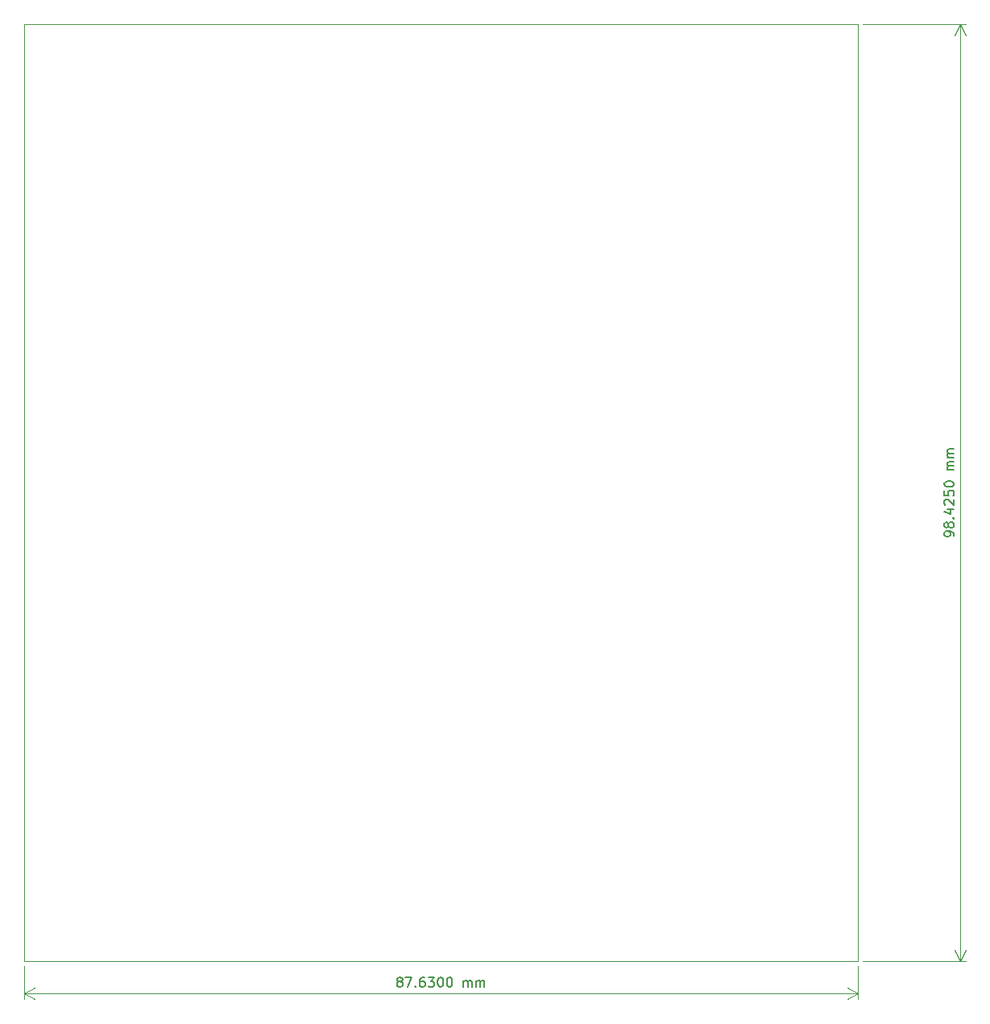
<source format=gm1>
G04 #@! TF.GenerationSoftware,KiCad,Pcbnew,(6.0.10)*
G04 #@! TF.CreationDate,2023-02-06T13:34:11-03:00*
G04 #@! TF.ProjectId,Core_HW,436f7265-5f48-4572-9e6b-696361645f70,rev?*
G04 #@! TF.SameCoordinates,Original*
G04 #@! TF.FileFunction,Profile,NP*
%FSLAX46Y46*%
G04 Gerber Fmt 4.6, Leading zero omitted, Abs format (unit mm)*
G04 Created by KiCad (PCBNEW (6.0.10)) date 2023-02-06 13:34:11*
%MOMM*%
%LPD*%
G01*
G04 APERTURE LIST*
G04 #@! TA.AperFunction,Profile*
%ADD10C,0.100000*%
G04 #@! TD*
%ADD11C,0.150000*%
G04 APERTURE END LIST*
D10*
X77343000Y-66548000D02*
X164973000Y-66548000D01*
X164973000Y-66548000D02*
X164973000Y-164973000D01*
X164973000Y-164973000D02*
X77343000Y-164973000D01*
X77343000Y-164973000D02*
X77343000Y-66548000D01*
D11*
X116729428Y-167132952D02*
X116634190Y-167085333D01*
X116586571Y-167037714D01*
X116538952Y-166942476D01*
X116538952Y-166894857D01*
X116586571Y-166799619D01*
X116634190Y-166752000D01*
X116729428Y-166704380D01*
X116919904Y-166704380D01*
X117015142Y-166752000D01*
X117062761Y-166799619D01*
X117110380Y-166894857D01*
X117110380Y-166942476D01*
X117062761Y-167037714D01*
X117015142Y-167085333D01*
X116919904Y-167132952D01*
X116729428Y-167132952D01*
X116634190Y-167180571D01*
X116586571Y-167228190D01*
X116538952Y-167323428D01*
X116538952Y-167513904D01*
X116586571Y-167609142D01*
X116634190Y-167656761D01*
X116729428Y-167704380D01*
X116919904Y-167704380D01*
X117015142Y-167656761D01*
X117062761Y-167609142D01*
X117110380Y-167513904D01*
X117110380Y-167323428D01*
X117062761Y-167228190D01*
X117015142Y-167180571D01*
X116919904Y-167132952D01*
X117443714Y-166704380D02*
X118110380Y-166704380D01*
X117681809Y-167704380D01*
X118491333Y-167609142D02*
X118538952Y-167656761D01*
X118491333Y-167704380D01*
X118443714Y-167656761D01*
X118491333Y-167609142D01*
X118491333Y-167704380D01*
X119396095Y-166704380D02*
X119205619Y-166704380D01*
X119110380Y-166752000D01*
X119062761Y-166799619D01*
X118967523Y-166942476D01*
X118919904Y-167132952D01*
X118919904Y-167513904D01*
X118967523Y-167609142D01*
X119015142Y-167656761D01*
X119110380Y-167704380D01*
X119300857Y-167704380D01*
X119396095Y-167656761D01*
X119443714Y-167609142D01*
X119491333Y-167513904D01*
X119491333Y-167275809D01*
X119443714Y-167180571D01*
X119396095Y-167132952D01*
X119300857Y-167085333D01*
X119110380Y-167085333D01*
X119015142Y-167132952D01*
X118967523Y-167180571D01*
X118919904Y-167275809D01*
X119824666Y-166704380D02*
X120443714Y-166704380D01*
X120110380Y-167085333D01*
X120253238Y-167085333D01*
X120348476Y-167132952D01*
X120396095Y-167180571D01*
X120443714Y-167275809D01*
X120443714Y-167513904D01*
X120396095Y-167609142D01*
X120348476Y-167656761D01*
X120253238Y-167704380D01*
X119967523Y-167704380D01*
X119872285Y-167656761D01*
X119824666Y-167609142D01*
X121062761Y-166704380D02*
X121158000Y-166704380D01*
X121253238Y-166752000D01*
X121300857Y-166799619D01*
X121348476Y-166894857D01*
X121396095Y-167085333D01*
X121396095Y-167323428D01*
X121348476Y-167513904D01*
X121300857Y-167609142D01*
X121253238Y-167656761D01*
X121158000Y-167704380D01*
X121062761Y-167704380D01*
X120967523Y-167656761D01*
X120919904Y-167609142D01*
X120872285Y-167513904D01*
X120824666Y-167323428D01*
X120824666Y-167085333D01*
X120872285Y-166894857D01*
X120919904Y-166799619D01*
X120967523Y-166752000D01*
X121062761Y-166704380D01*
X122015142Y-166704380D02*
X122110380Y-166704380D01*
X122205619Y-166752000D01*
X122253238Y-166799619D01*
X122300857Y-166894857D01*
X122348476Y-167085333D01*
X122348476Y-167323428D01*
X122300857Y-167513904D01*
X122253238Y-167609142D01*
X122205619Y-167656761D01*
X122110380Y-167704380D01*
X122015142Y-167704380D01*
X121919904Y-167656761D01*
X121872285Y-167609142D01*
X121824666Y-167513904D01*
X121777047Y-167323428D01*
X121777047Y-167085333D01*
X121824666Y-166894857D01*
X121872285Y-166799619D01*
X121919904Y-166752000D01*
X122015142Y-166704380D01*
X123538952Y-167704380D02*
X123538952Y-167037714D01*
X123538952Y-167132952D02*
X123586571Y-167085333D01*
X123681809Y-167037714D01*
X123824666Y-167037714D01*
X123919904Y-167085333D01*
X123967523Y-167180571D01*
X123967523Y-167704380D01*
X123967523Y-167180571D02*
X124015142Y-167085333D01*
X124110380Y-167037714D01*
X124253238Y-167037714D01*
X124348476Y-167085333D01*
X124396095Y-167180571D01*
X124396095Y-167704380D01*
X124872285Y-167704380D02*
X124872285Y-167037714D01*
X124872285Y-167132952D02*
X124919904Y-167085333D01*
X125015142Y-167037714D01*
X125158000Y-167037714D01*
X125253238Y-167085333D01*
X125300857Y-167180571D01*
X125300857Y-167704380D01*
X125300857Y-167180571D02*
X125348476Y-167085333D01*
X125443714Y-167037714D01*
X125586571Y-167037714D01*
X125681809Y-167085333D01*
X125729428Y-167180571D01*
X125729428Y-167704380D01*
D10*
X77343000Y-165473000D02*
X77343000Y-168988420D01*
X164973000Y-165473000D02*
X164973000Y-168988420D01*
X77343000Y-168402000D02*
X164973000Y-168402000D01*
X77343000Y-168402000D02*
X164973000Y-168402000D01*
X77343000Y-168402000D02*
X78469504Y-168988421D01*
X77343000Y-168402000D02*
X78469504Y-167815579D01*
X164973000Y-168402000D02*
X163846496Y-167815579D01*
X164973000Y-168402000D02*
X163846496Y-168988421D01*
D11*
X175070380Y-120284309D02*
X175070380Y-120093833D01*
X175022761Y-119998595D01*
X174975142Y-119950976D01*
X174832285Y-119855738D01*
X174641809Y-119808119D01*
X174260857Y-119808119D01*
X174165619Y-119855738D01*
X174118000Y-119903357D01*
X174070380Y-119998595D01*
X174070380Y-120189071D01*
X174118000Y-120284309D01*
X174165619Y-120331928D01*
X174260857Y-120379547D01*
X174498952Y-120379547D01*
X174594190Y-120331928D01*
X174641809Y-120284309D01*
X174689428Y-120189071D01*
X174689428Y-119998595D01*
X174641809Y-119903357D01*
X174594190Y-119855738D01*
X174498952Y-119808119D01*
X174498952Y-119236690D02*
X174451333Y-119331928D01*
X174403714Y-119379547D01*
X174308476Y-119427166D01*
X174260857Y-119427166D01*
X174165619Y-119379547D01*
X174118000Y-119331928D01*
X174070380Y-119236690D01*
X174070380Y-119046214D01*
X174118000Y-118950976D01*
X174165619Y-118903357D01*
X174260857Y-118855738D01*
X174308476Y-118855738D01*
X174403714Y-118903357D01*
X174451333Y-118950976D01*
X174498952Y-119046214D01*
X174498952Y-119236690D01*
X174546571Y-119331928D01*
X174594190Y-119379547D01*
X174689428Y-119427166D01*
X174879904Y-119427166D01*
X174975142Y-119379547D01*
X175022761Y-119331928D01*
X175070380Y-119236690D01*
X175070380Y-119046214D01*
X175022761Y-118950976D01*
X174975142Y-118903357D01*
X174879904Y-118855738D01*
X174689428Y-118855738D01*
X174594190Y-118903357D01*
X174546571Y-118950976D01*
X174498952Y-119046214D01*
X174975142Y-118427166D02*
X175022761Y-118379547D01*
X175070380Y-118427166D01*
X175022761Y-118474785D01*
X174975142Y-118427166D01*
X175070380Y-118427166D01*
X174403714Y-117522404D02*
X175070380Y-117522404D01*
X174022761Y-117760500D02*
X174737047Y-117998595D01*
X174737047Y-117379547D01*
X174165619Y-117046214D02*
X174118000Y-116998595D01*
X174070380Y-116903357D01*
X174070380Y-116665261D01*
X174118000Y-116570023D01*
X174165619Y-116522404D01*
X174260857Y-116474785D01*
X174356095Y-116474785D01*
X174498952Y-116522404D01*
X175070380Y-117093833D01*
X175070380Y-116474785D01*
X174070380Y-115570023D02*
X174070380Y-116046214D01*
X174546571Y-116093833D01*
X174498952Y-116046214D01*
X174451333Y-115950976D01*
X174451333Y-115712880D01*
X174498952Y-115617642D01*
X174546571Y-115570023D01*
X174641809Y-115522404D01*
X174879904Y-115522404D01*
X174975142Y-115570023D01*
X175022761Y-115617642D01*
X175070380Y-115712880D01*
X175070380Y-115950976D01*
X175022761Y-116046214D01*
X174975142Y-116093833D01*
X174070380Y-114903357D02*
X174070380Y-114808119D01*
X174118000Y-114712880D01*
X174165619Y-114665261D01*
X174260857Y-114617642D01*
X174451333Y-114570023D01*
X174689428Y-114570023D01*
X174879904Y-114617642D01*
X174975142Y-114665261D01*
X175022761Y-114712880D01*
X175070380Y-114808119D01*
X175070380Y-114903357D01*
X175022761Y-114998595D01*
X174975142Y-115046214D01*
X174879904Y-115093833D01*
X174689428Y-115141452D01*
X174451333Y-115141452D01*
X174260857Y-115093833D01*
X174165619Y-115046214D01*
X174118000Y-114998595D01*
X174070380Y-114903357D01*
X175070380Y-113379547D02*
X174403714Y-113379547D01*
X174498952Y-113379547D02*
X174451333Y-113331928D01*
X174403714Y-113236690D01*
X174403714Y-113093833D01*
X174451333Y-112998595D01*
X174546571Y-112950976D01*
X175070380Y-112950976D01*
X174546571Y-112950976D02*
X174451333Y-112903357D01*
X174403714Y-112808119D01*
X174403714Y-112665261D01*
X174451333Y-112570023D01*
X174546571Y-112522404D01*
X175070380Y-112522404D01*
X175070380Y-112046214D02*
X174403714Y-112046214D01*
X174498952Y-112046214D02*
X174451333Y-111998595D01*
X174403714Y-111903357D01*
X174403714Y-111760500D01*
X174451333Y-111665261D01*
X174546571Y-111617642D01*
X175070380Y-111617642D01*
X174546571Y-111617642D02*
X174451333Y-111570023D01*
X174403714Y-111474785D01*
X174403714Y-111331928D01*
X174451333Y-111236690D01*
X174546571Y-111189071D01*
X175070380Y-111189071D01*
D10*
X165473000Y-66548000D02*
X176354420Y-66548000D01*
X165473000Y-164973000D02*
X176354420Y-164973000D01*
X175768000Y-66548000D02*
X175768000Y-164973000D01*
X175768000Y-66548000D02*
X175768000Y-164973000D01*
X175768000Y-66548000D02*
X175181579Y-67674504D01*
X175768000Y-66548000D02*
X176354421Y-67674504D01*
X175768000Y-164973000D02*
X176354421Y-163846496D01*
X175768000Y-164973000D02*
X175181579Y-163846496D01*
M02*

</source>
